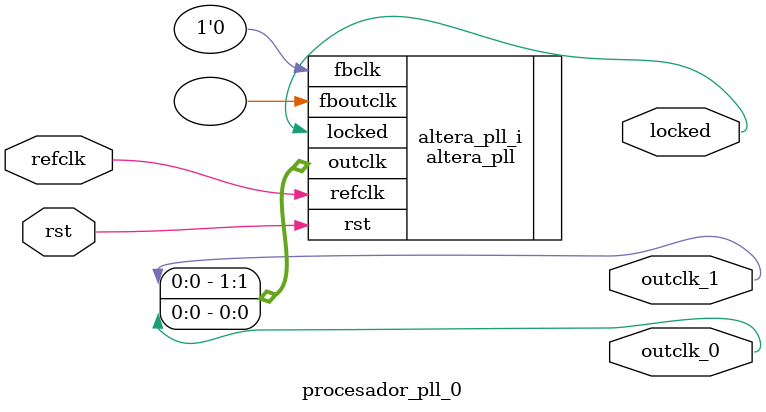
<source format=v>
`timescale 1ns/10ps
module  procesador_pll_0(

	// interface 'refclk'
	input wire refclk,

	// interface 'reset'
	input wire rst,

	// interface 'outclk0'
	output wire outclk_0,

	// interface 'outclk1'
	output wire outclk_1,

	// interface 'locked'
	output wire locked
);

	altera_pll #(
		.fractional_vco_multiplier("true"),
		.reference_clock_frequency("50.0 MHz"),
		.operation_mode("direct"),
		.number_of_clocks(2),
		.output_clock_frequency0("64.999999 MHz"),
		.phase_shift0("0 ps"),
		.duty_cycle0(50),
		.output_clock_frequency1("124.583331 MHz"),
		.phase_shift1("0 ps"),
		.duty_cycle1(50),
		.output_clock_frequency2("0 MHz"),
		.phase_shift2("0 ps"),
		.duty_cycle2(50),
		.output_clock_frequency3("0 MHz"),
		.phase_shift3("0 ps"),
		.duty_cycle3(50),
		.output_clock_frequency4("0 MHz"),
		.phase_shift4("0 ps"),
		.duty_cycle4(50),
		.output_clock_frequency5("0 MHz"),
		.phase_shift5("0 ps"),
		.duty_cycle5(50),
		.output_clock_frequency6("0 MHz"),
		.phase_shift6("0 ps"),
		.duty_cycle6(50),
		.output_clock_frequency7("0 MHz"),
		.phase_shift7("0 ps"),
		.duty_cycle7(50),
		.output_clock_frequency8("0 MHz"),
		.phase_shift8("0 ps"),
		.duty_cycle8(50),
		.output_clock_frequency9("0 MHz"),
		.phase_shift9("0 ps"),
		.duty_cycle9(50),
		.output_clock_frequency10("0 MHz"),
		.phase_shift10("0 ps"),
		.duty_cycle10(50),
		.output_clock_frequency11("0 MHz"),
		.phase_shift11("0 ps"),
		.duty_cycle11(50),
		.output_clock_frequency12("0 MHz"),
		.phase_shift12("0 ps"),
		.duty_cycle12(50),
		.output_clock_frequency13("0 MHz"),
		.phase_shift13("0 ps"),
		.duty_cycle13(50),
		.output_clock_frequency14("0 MHz"),
		.phase_shift14("0 ps"),
		.duty_cycle14(50),
		.output_clock_frequency15("0 MHz"),
		.phase_shift15("0 ps"),
		.duty_cycle15(50),
		.output_clock_frequency16("0 MHz"),
		.phase_shift16("0 ps"),
		.duty_cycle16(50),
		.output_clock_frequency17("0 MHz"),
		.phase_shift17("0 ps"),
		.duty_cycle17(50),
		.pll_type("General"),
		.pll_subtype("General")
	) altera_pll_i (
		.rst	(rst),
		.outclk	({outclk_1, outclk_0}),
		.locked	(locked),
		.fboutclk	( ),
		.fbclk	(1'b0),
		.refclk	(refclk)
	);
endmodule


</source>
